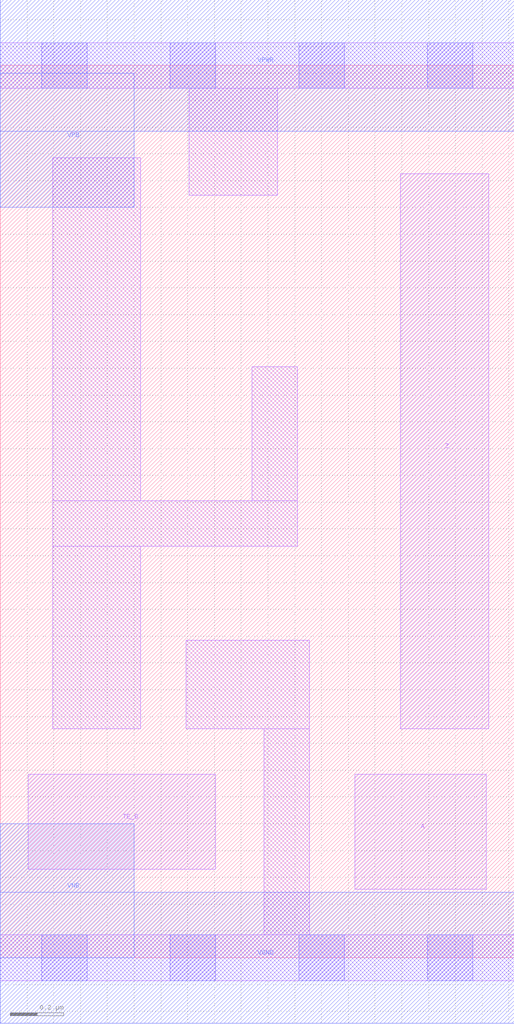
<source format=lef>
# Copyright 2020 The SkyWater PDK Authors
#
# Licensed under the Apache License, Version 2.0 (the "License");
# you may not use this file except in compliance with the License.
# You may obtain a copy of the License at
#
#     https://www.apache.org/licenses/LICENSE-2.0
#
# Unless required by applicable law or agreed to in writing, software
# distributed under the License is distributed on an "AS IS" BASIS,
# WITHOUT WARRANTIES OR CONDITIONS OF ANY KIND, either express or implied.
# See the License for the specific language governing permissions and
# limitations under the License.
#
# SPDX-License-Identifier: Apache-2.0

VERSION 5.5 ;
NAMESCASESENSITIVE ON ;
BUSBITCHARS "[]" ;
DIVIDERCHAR "/" ;
MACRO sky130_fd_sc_lp__einvn_m
  CLASS CORE ;
  SOURCE USER ;
  ORIGIN  0.000000  0.000000 ;
  SIZE  1.920000 BY  3.330000 ;
  SYMMETRY X Y R90 ;
  SITE unit ;
  PIN A
    ANTENNAGATEAREA  0.126000 ;
    DIRECTION INPUT ;
    USE SIGNAL ;
    PORT
      LAYER li1 ;
        RECT 1.325000 0.255000 1.815000 0.685000 ;
    END
  END A
  PIN TE_B
    ANTENNAGATEAREA  0.189000 ;
    DIRECTION INPUT ;
    USE SIGNAL ;
    PORT
      LAYER li1 ;
        RECT 0.105000 0.330000 0.805000 0.685000 ;
    END
  END TE_B
  PIN Z
    ANTENNADIFFAREA  0.222600 ;
    DIRECTION OUTPUT ;
    USE SIGNAL ;
    PORT
      LAYER li1 ;
        RECT 1.495000 0.855000 1.825000 2.925000 ;
    END
  END Z
  PIN VGND
    DIRECTION INOUT ;
    USE GROUND ;
    PORT
      LAYER met1 ;
        RECT 0.000000 -0.245000 1.920000 0.245000 ;
    END
  END VGND
  PIN VNB
    DIRECTION INOUT ;
    USE GROUND ;
    PORT
      LAYER met1 ;
        RECT 0.000000 0.000000 0.500000 0.500000 ;
    END
  END VNB
  PIN VPB
    DIRECTION INOUT ;
    USE POWER ;
    PORT
      LAYER met1 ;
        RECT 0.000000 2.800000 0.500000 3.300000 ;
    END
  END VPB
  PIN VPWR
    DIRECTION INOUT ;
    USE POWER ;
    PORT
      LAYER met1 ;
        RECT 0.000000 3.085000 1.920000 3.575000 ;
    END
  END VPWR
  OBS
    LAYER li1 ;
      RECT 0.000000 -0.085000 1.920000 0.085000 ;
      RECT 0.000000  3.245000 1.920000 3.415000 ;
      RECT 0.195000  0.855000 0.525000 1.535000 ;
      RECT 0.195000  1.535000 1.110000 1.705000 ;
      RECT 0.195000  1.705000 0.525000 2.985000 ;
      RECT 0.695000  0.855000 1.155000 1.185000 ;
      RECT 0.705000  2.845000 1.035000 3.245000 ;
      RECT 0.940000  1.705000 1.110000 2.205000 ;
      RECT 0.985000  0.085000 1.155000 0.855000 ;
    LAYER mcon ;
      RECT 0.155000 -0.085000 0.325000 0.085000 ;
      RECT 0.155000  3.245000 0.325000 3.415000 ;
      RECT 0.635000 -0.085000 0.805000 0.085000 ;
      RECT 0.635000  3.245000 0.805000 3.415000 ;
      RECT 1.115000 -0.085000 1.285000 0.085000 ;
      RECT 1.115000  3.245000 1.285000 3.415000 ;
      RECT 1.595000 -0.085000 1.765000 0.085000 ;
      RECT 1.595000  3.245000 1.765000 3.415000 ;
  END
END sky130_fd_sc_lp__einvn_m

</source>
